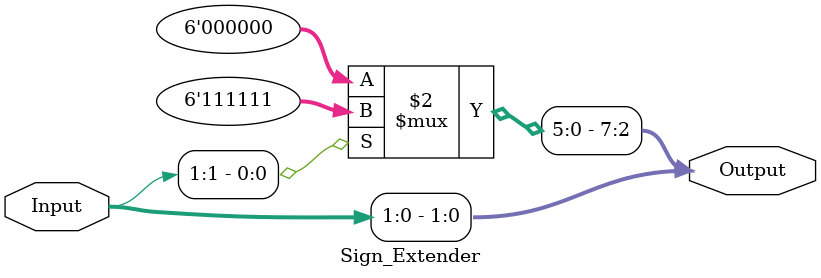
<source format=v>
`timescale 1ns / 1ps
module Sign_Extender(
	input [1:0]Input,
	output [7:0]Output
    );

	assign Output[1:0] = Input;
	assign Output[7:2] = (Input[1] == 1'b1) ? 6'b111111 : 6'b000000;
	
	

endmodule

</source>
